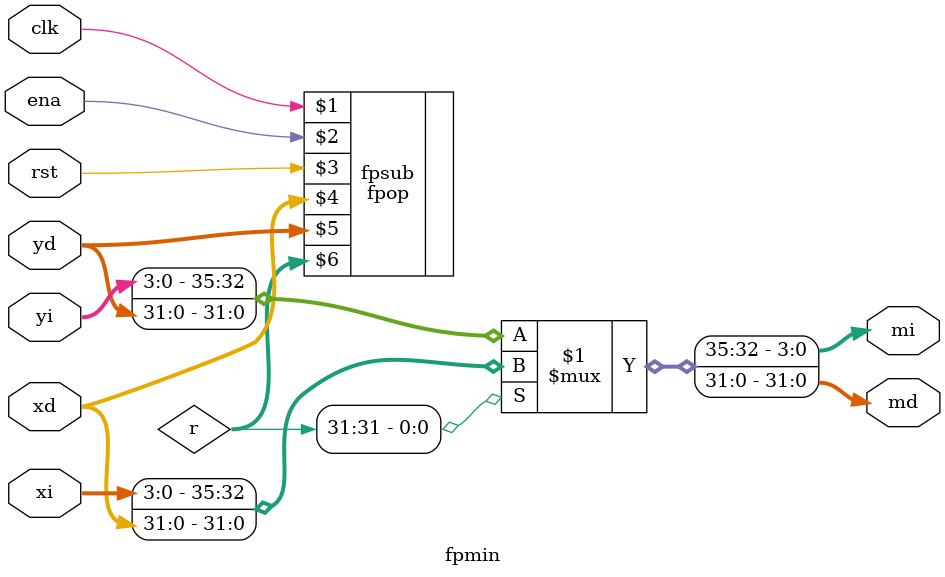
<source format=v>
module fpmin #(
  parameter DW = 32  , // data  wdith
  parameter IW = 4     // index width
)(
  input           clk, // global clock
  input           ena, // output reg enable
  input           rst, // async reset
  input  [IW-1:0] xi , // input x: index
  input  [DW-1:0] xd , // input x: data
  input  [IW-1:0] yi , // input y: index
  input  [DW-1:0] yd , // input y: data
  output [IW-1:0] mi , // min   m: index
  output [DW-1:0] md   // min   m: data
);

wire [DW-1:0] r;
fpop #(DW,0,0,1,"SUB") fpsub (clk,ena,rst,xd,yd,r);
assign {mi,md} = r[DW-1] ? {xi,xd} : {yi,yd};

endmodule

</source>
